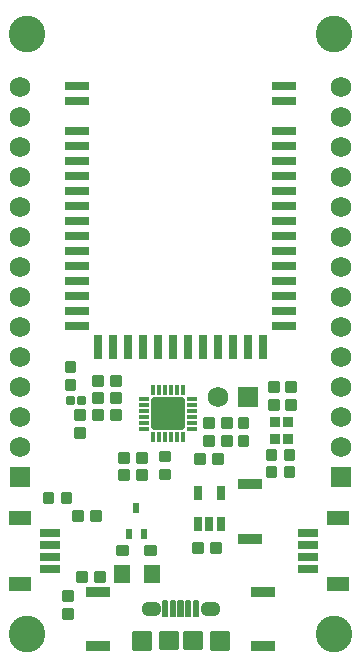
<source format=gbr>
G04 EAGLE Gerber RS-274X export*
G75*
%MOMM*%
%FSLAX34Y34*%
%LPD*%
%AMOC8*
5,1,8,0,0,1.08239X$1,22.5*%
G01*
%ADD10C,3.101600*%
%ADD11C,0.326897*%
%ADD12C,0.297525*%
%ADD13R,1.371600X1.625600*%
%ADD14C,0.142238*%
%ADD15C,0.412750*%
%ADD16C,0.916431*%
%ADD17C,0.260094*%
%ADD18C,0.801600*%
%ADD19R,0.601600X0.901600*%
%ADD20R,0.851600X0.401600*%
%ADD21C,0.504287*%
%ADD22R,0.401600X0.851600*%
%ADD23R,0.701600X1.301600*%
%ADD24R,2.101600X0.651600*%
%ADD25R,0.651600X2.101600*%
%ADD26R,2.101600X0.971600*%
%ADD27C,0.419859*%
%ADD28R,0.901600X0.901600*%
%ADD29R,1.651600X0.701600*%
%ADD30R,1.901600X1.301600*%
%ADD31R,1.752600X1.752600*%
%ADD32C,1.752600*%


D10*
X20000Y20000D03*
X20000Y528000D03*
X280000Y20000D03*
X280000Y528000D03*
D11*
X183241Y95795D02*
X176603Y95795D01*
X183241Y95795D02*
X183241Y89157D01*
X176603Y89157D01*
X176603Y95795D01*
X176603Y92263D02*
X183241Y92263D01*
X183241Y95369D02*
X176603Y95369D01*
X168001Y95795D02*
X161363Y95795D01*
X168001Y95795D02*
X168001Y89157D01*
X161363Y89157D01*
X161363Y95795D01*
X161363Y92263D02*
X168001Y92263D01*
X168001Y95369D02*
X161363Y95369D01*
X105591Y150839D02*
X98953Y150839D01*
X98953Y157477D01*
X105591Y157477D01*
X105591Y150839D01*
X105591Y153945D02*
X98953Y153945D01*
X98953Y157051D02*
X105591Y157051D01*
X114193Y150839D02*
X120831Y150839D01*
X114193Y150839D02*
X114193Y157477D01*
X120831Y157477D01*
X120831Y150839D01*
X120831Y153945D02*
X114193Y153945D01*
X114193Y157051D02*
X120831Y157051D01*
X140499Y158169D02*
X140499Y151531D01*
X133861Y151531D01*
X133861Y158169D01*
X140499Y158169D01*
X140499Y154637D02*
X133861Y154637D01*
X133861Y157743D02*
X140499Y157743D01*
X140499Y166771D02*
X140499Y173409D01*
X140499Y166771D02*
X133861Y166771D01*
X133861Y173409D01*
X140499Y173409D01*
X140499Y169877D02*
X133861Y169877D01*
X133861Y172983D02*
X140499Y172983D01*
X105591Y165317D02*
X98953Y165317D01*
X98953Y171955D01*
X105591Y171955D01*
X105591Y165317D01*
X105591Y168423D02*
X98953Y168423D01*
X98953Y171529D02*
X105591Y171529D01*
X114193Y165317D02*
X120831Y165317D01*
X114193Y165317D02*
X114193Y171955D01*
X120831Y171955D01*
X120831Y165317D01*
X120831Y168423D02*
X114193Y168423D01*
X114193Y171529D02*
X120831Y171529D01*
X177583Y179979D02*
X177583Y186617D01*
X177583Y179979D02*
X170945Y179979D01*
X170945Y186617D01*
X177583Y186617D01*
X177583Y183085D02*
X170945Y183085D01*
X170945Y186191D02*
X177583Y186191D01*
X177583Y195219D02*
X177583Y201857D01*
X177583Y195219D02*
X170945Y195219D01*
X170945Y201857D01*
X177583Y201857D01*
X177583Y198325D02*
X170945Y198325D01*
X170945Y201431D02*
X177583Y201431D01*
D12*
X104805Y87395D02*
X96763Y87395D01*
X96763Y93437D01*
X104805Y93437D01*
X104805Y87395D01*
X104805Y90221D02*
X96763Y90221D01*
X96763Y93047D02*
X104805Y93047D01*
X120763Y87395D02*
X128805Y87395D01*
X120763Y87395D02*
X120763Y93437D01*
X128805Y93437D01*
X128805Y87395D01*
X128805Y90221D02*
X120763Y90221D01*
X120763Y93047D02*
X128805Y93047D01*
D13*
X126204Y70748D03*
X100804Y70748D03*
D14*
X134963Y34846D02*
X138621Y34846D01*
X134963Y34846D02*
X134963Y47902D01*
X138621Y47902D01*
X138621Y34846D01*
X138621Y36197D02*
X134963Y36197D01*
X134963Y37548D02*
X138621Y37548D01*
X138621Y38899D02*
X134963Y38899D01*
X134963Y40250D02*
X138621Y40250D01*
X138621Y41601D02*
X134963Y41601D01*
X134963Y42952D02*
X138621Y42952D01*
X138621Y44303D02*
X134963Y44303D01*
X134963Y45654D02*
X138621Y45654D01*
X138621Y47005D02*
X134963Y47005D01*
X141567Y34846D02*
X145225Y34846D01*
X141567Y34846D02*
X141567Y47902D01*
X145225Y47902D01*
X145225Y34846D01*
X145225Y36197D02*
X141567Y36197D01*
X141567Y37548D02*
X145225Y37548D01*
X145225Y38899D02*
X141567Y38899D01*
X141567Y40250D02*
X145225Y40250D01*
X145225Y41601D02*
X141567Y41601D01*
X141567Y42952D02*
X145225Y42952D01*
X145225Y44303D02*
X141567Y44303D01*
X141567Y45654D02*
X145225Y45654D01*
X145225Y47005D02*
X141567Y47005D01*
X148171Y34846D02*
X151829Y34846D01*
X148171Y34846D02*
X148171Y47902D01*
X151829Y47902D01*
X151829Y34846D01*
X151829Y36197D02*
X148171Y36197D01*
X148171Y37548D02*
X151829Y37548D01*
X151829Y38899D02*
X148171Y38899D01*
X148171Y40250D02*
X151829Y40250D01*
X151829Y41601D02*
X148171Y41601D01*
X148171Y42952D02*
X151829Y42952D01*
X151829Y44303D02*
X148171Y44303D01*
X148171Y45654D02*
X151829Y45654D01*
X151829Y47005D02*
X148171Y47005D01*
X154775Y34846D02*
X158433Y34846D01*
X154775Y34846D02*
X154775Y47902D01*
X158433Y47902D01*
X158433Y34846D01*
X158433Y36197D02*
X154775Y36197D01*
X154775Y37548D02*
X158433Y37548D01*
X158433Y38899D02*
X154775Y38899D01*
X154775Y40250D02*
X158433Y40250D01*
X158433Y41601D02*
X154775Y41601D01*
X154775Y42952D02*
X158433Y42952D01*
X158433Y44303D02*
X154775Y44303D01*
X154775Y45654D02*
X158433Y45654D01*
X158433Y47005D02*
X154775Y47005D01*
X161379Y34846D02*
X165037Y34846D01*
X161379Y34846D02*
X161379Y47902D01*
X165037Y47902D01*
X165037Y34846D01*
X165037Y36197D02*
X161379Y36197D01*
X161379Y37548D02*
X165037Y37548D01*
X165037Y38899D02*
X161379Y38899D01*
X161379Y40250D02*
X165037Y40250D01*
X165037Y41601D02*
X161379Y41601D01*
X161379Y42952D02*
X165037Y42952D01*
X165037Y44303D02*
X161379Y44303D01*
X161379Y45654D02*
X165037Y45654D01*
X165037Y47005D02*
X161379Y47005D01*
D15*
X123679Y8259D02*
X110281Y8259D01*
X110281Y20641D01*
X123679Y20641D01*
X123679Y8259D01*
X123679Y12181D02*
X110281Y12181D01*
X110281Y16103D02*
X123679Y16103D01*
X123679Y20025D02*
X110281Y20025D01*
X176321Y8259D02*
X189719Y8259D01*
X176321Y8259D02*
X176321Y20641D01*
X189719Y20641D01*
X189719Y8259D01*
X189719Y12181D02*
X176321Y12181D01*
X176321Y16103D02*
X189719Y16103D01*
X189719Y20025D02*
X176321Y20025D01*
D16*
X128654Y40368D02*
X121562Y40368D01*
X121562Y42380D01*
X128654Y42380D01*
X128654Y40368D01*
X171346Y40368D02*
X178438Y40368D01*
X171346Y40368D02*
X171346Y42380D01*
X178438Y42380D01*
X178438Y40368D01*
D17*
X146668Y7622D02*
X133012Y7622D01*
X133012Y21278D01*
X146668Y21278D01*
X146668Y7622D01*
X146668Y10093D02*
X133012Y10093D01*
X133012Y12564D02*
X146668Y12564D01*
X146668Y15035D02*
X133012Y15035D01*
X133012Y17506D02*
X146668Y17506D01*
X146668Y19977D02*
X133012Y19977D01*
X153332Y7622D02*
X166988Y7622D01*
X153332Y7622D02*
X153332Y21278D01*
X166988Y21278D01*
X166988Y7622D01*
X166988Y10093D02*
X153332Y10093D01*
X153332Y12564D02*
X166988Y12564D01*
X166988Y15035D02*
X153332Y15035D01*
X153332Y17506D02*
X166988Y17506D01*
X166988Y19977D02*
X153332Y19977D01*
D18*
X114948Y16990D03*
X114948Y11910D03*
X185052Y16990D03*
X185052Y11910D03*
X123838Y41374D03*
X126378Y41374D03*
X173622Y41374D03*
X176162Y41374D03*
D19*
X106102Y104220D03*
X119102Y104220D03*
X112602Y126220D03*
D11*
X70031Y64987D02*
X63393Y64987D01*
X63393Y71625D01*
X70031Y71625D01*
X70031Y64987D01*
X70031Y68093D02*
X63393Y68093D01*
X63393Y71199D02*
X70031Y71199D01*
X78633Y64987D02*
X85271Y64987D01*
X78633Y64987D02*
X78633Y71625D01*
X85271Y71625D01*
X85271Y64987D01*
X85271Y68093D02*
X78633Y68093D01*
X78633Y71199D02*
X85271Y71199D01*
X178381Y171233D02*
X185019Y171233D01*
X185019Y164595D01*
X178381Y164595D01*
X178381Y171233D01*
X178381Y167701D02*
X185019Y167701D01*
X185019Y170807D02*
X178381Y170807D01*
X169779Y171233D02*
X163141Y171233D01*
X169779Y171233D02*
X169779Y164595D01*
X163141Y164595D01*
X163141Y171233D01*
X163141Y167701D02*
X169779Y167701D01*
X169779Y170807D02*
X163141Y170807D01*
D20*
X119460Y218738D03*
D21*
X127973Y194751D02*
X150947Y194751D01*
X127973Y194751D02*
X127973Y217725D01*
X150947Y217725D01*
X150947Y194751D01*
X150947Y199542D02*
X127973Y199542D01*
X127973Y204333D02*
X150947Y204333D01*
X150947Y209124D02*
X127973Y209124D01*
X127973Y213915D02*
X150947Y213915D01*
D20*
X119460Y213738D03*
X119460Y208738D03*
X119460Y203738D03*
X119460Y198738D03*
X119460Y193738D03*
D22*
X126960Y186238D03*
X131960Y186238D03*
X136960Y186238D03*
X141960Y186238D03*
X146960Y186238D03*
X151960Y186238D03*
D20*
X159460Y193738D03*
X159460Y198738D03*
X159460Y203738D03*
X159460Y208738D03*
X159460Y213738D03*
X159460Y218738D03*
D22*
X151960Y226238D03*
X146960Y226238D03*
X141960Y226238D03*
X136960Y226238D03*
X131960Y226238D03*
X126960Y226238D03*
D23*
X165004Y138870D03*
X184004Y138870D03*
X165004Y112750D03*
X174504Y112750D03*
X184004Y112750D03*
D24*
X62500Y483700D03*
X62500Y471000D03*
X62500Y445600D03*
X62500Y432900D03*
X62500Y420200D03*
X62500Y407500D03*
X62500Y394800D03*
X62500Y382100D03*
X62500Y369400D03*
X62500Y356700D03*
X62500Y344000D03*
X62500Y331300D03*
X62500Y318600D03*
X62500Y305900D03*
X62500Y293200D03*
X62500Y280500D03*
D25*
X80200Y263000D03*
X92900Y263000D03*
X105600Y263000D03*
X118300Y263000D03*
X131000Y263000D03*
X143700Y263000D03*
X156400Y263000D03*
X169100Y263000D03*
X181800Y263000D03*
X194500Y263000D03*
X207200Y263000D03*
X219900Y263000D03*
D24*
X237500Y280500D03*
X237500Y293200D03*
X237500Y305900D03*
X237500Y318600D03*
X237500Y331300D03*
X237500Y344000D03*
X237500Y356700D03*
X237500Y369400D03*
X237500Y382100D03*
X237500Y394800D03*
X237500Y407500D03*
X237500Y420200D03*
X237500Y432900D03*
X237500Y445600D03*
X237500Y471000D03*
X237500Y483700D03*
D11*
X66455Y116669D02*
X59817Y116669D01*
X59817Y123307D01*
X66455Y123307D01*
X66455Y116669D01*
X66455Y119775D02*
X59817Y119775D01*
X59817Y122881D02*
X66455Y122881D01*
X75057Y116669D02*
X81695Y116669D01*
X75057Y116669D02*
X75057Y123307D01*
X81695Y123307D01*
X81695Y116669D01*
X81695Y119775D02*
X75057Y119775D01*
X75057Y122881D02*
X81695Y122881D01*
X41601Y131737D02*
X34963Y131737D01*
X34963Y138375D01*
X41601Y138375D01*
X41601Y131737D01*
X41601Y134843D02*
X34963Y134843D01*
X34963Y137949D02*
X41601Y137949D01*
X50203Y131737D02*
X56841Y131737D01*
X50203Y131737D02*
X50203Y138375D01*
X56841Y138375D01*
X56841Y131737D01*
X56841Y134843D02*
X50203Y134843D01*
X50203Y137949D02*
X56841Y137949D01*
D26*
X208602Y146512D03*
X208602Y100512D03*
D11*
X60183Y227475D02*
X60183Y234113D01*
X60183Y227475D02*
X53545Y227475D01*
X53545Y234113D01*
X60183Y234113D01*
X60183Y230581D02*
X53545Y230581D01*
X53545Y233687D02*
X60183Y233687D01*
X60183Y242715D02*
X60183Y249353D01*
X60183Y242715D02*
X53545Y242715D01*
X53545Y249353D01*
X60183Y249353D01*
X60183Y245821D02*
X53545Y245821D01*
X53545Y248927D02*
X60183Y248927D01*
D27*
X63985Y219256D02*
X67153Y219256D01*
X67153Y216088D01*
X63985Y216088D01*
X63985Y219256D01*
X58263Y219256D02*
X55095Y219256D01*
X58263Y219256D02*
X58263Y216088D01*
X55095Y216088D01*
X55095Y219256D01*
D11*
X68309Y193107D02*
X68309Y186469D01*
X61671Y186469D01*
X61671Y193107D01*
X68309Y193107D01*
X68309Y189575D02*
X61671Y189575D01*
X61671Y192681D02*
X68309Y192681D01*
X68309Y201709D02*
X68309Y208347D01*
X68309Y201709D02*
X61671Y201709D01*
X61671Y208347D01*
X68309Y208347D01*
X68309Y204815D02*
X61671Y204815D01*
X61671Y207921D02*
X68309Y207921D01*
D28*
X241248Y184482D03*
X241248Y199482D03*
X229648Y184482D03*
X229648Y199482D03*
D11*
X240555Y225739D02*
X240555Y232377D01*
X247193Y232377D01*
X247193Y225739D01*
X240555Y225739D01*
X240555Y228845D02*
X247193Y228845D01*
X247193Y231951D02*
X240555Y231951D01*
X240555Y217137D02*
X240555Y210499D01*
X240555Y217137D02*
X247193Y217137D01*
X247193Y210499D01*
X240555Y210499D01*
X240555Y213605D02*
X247193Y213605D01*
X247193Y216711D02*
X240555Y216711D01*
X225823Y225739D02*
X225823Y232377D01*
X232461Y232377D01*
X232461Y225739D01*
X225823Y225739D01*
X225823Y228845D02*
X232461Y228845D01*
X232461Y231951D02*
X225823Y231951D01*
X225823Y217137D02*
X225823Y210499D01*
X225823Y217137D02*
X232461Y217137D01*
X232461Y210499D01*
X225823Y210499D01*
X225823Y213605D02*
X232461Y213605D01*
X232461Y216711D02*
X225823Y216711D01*
X98889Y237199D02*
X92251Y237199D01*
X98889Y237199D02*
X98889Y230561D01*
X92251Y230561D01*
X92251Y237199D01*
X92251Y233667D02*
X98889Y233667D01*
X98889Y236773D02*
X92251Y236773D01*
X83649Y237199D02*
X77011Y237199D01*
X83649Y237199D02*
X83649Y230561D01*
X77011Y230561D01*
X77011Y237199D01*
X77011Y233667D02*
X83649Y233667D01*
X83649Y236773D02*
X77011Y236773D01*
X92251Y223045D02*
X98889Y223045D01*
X98889Y216407D01*
X92251Y216407D01*
X92251Y223045D01*
X92251Y219513D02*
X98889Y219513D01*
X98889Y222619D02*
X92251Y222619D01*
X83649Y223045D02*
X77011Y223045D01*
X83649Y223045D02*
X83649Y216407D01*
X77011Y216407D01*
X77011Y223045D01*
X77011Y219513D02*
X83649Y219513D01*
X83649Y222619D02*
X77011Y222619D01*
X92251Y208891D02*
X98889Y208891D01*
X98889Y202253D01*
X92251Y202253D01*
X92251Y208891D01*
X92251Y205359D02*
X98889Y205359D01*
X98889Y208465D02*
X92251Y208465D01*
X83649Y208891D02*
X77011Y208891D01*
X83649Y208891D02*
X83649Y202253D01*
X77011Y202253D01*
X77011Y208891D01*
X77011Y205359D02*
X83649Y205359D01*
X83649Y208465D02*
X77011Y208465D01*
D26*
X220000Y55512D03*
X220000Y9512D03*
D11*
X223789Y153351D02*
X230427Y153351D01*
X223789Y153351D02*
X223789Y159989D01*
X230427Y159989D01*
X230427Y153351D01*
X230427Y156457D02*
X223789Y156457D01*
X223789Y159563D02*
X230427Y159563D01*
X239029Y153351D02*
X245667Y153351D01*
X239029Y153351D02*
X239029Y159989D01*
X245667Y159989D01*
X245667Y153351D01*
X245667Y156457D02*
X239029Y156457D01*
X239029Y159563D02*
X245667Y159563D01*
D29*
X39660Y105016D03*
X39660Y95016D03*
X39660Y85016D03*
X39660Y75016D03*
D30*
X14410Y62016D03*
X14410Y118016D03*
D31*
X206928Y220312D03*
D32*
X181528Y220312D03*
D11*
X185739Y201981D02*
X185739Y195343D01*
X185739Y201981D02*
X192377Y201981D01*
X192377Y195343D01*
X185739Y195343D01*
X185739Y198449D02*
X192377Y198449D01*
X192377Y201555D02*
X185739Y201555D01*
X185739Y186741D02*
X185739Y180103D01*
X185739Y186741D02*
X192377Y186741D01*
X192377Y180103D01*
X185739Y180103D01*
X185739Y183209D02*
X192377Y183209D01*
X192377Y186315D02*
X185739Y186315D01*
X200053Y195275D02*
X200053Y201913D01*
X206691Y201913D01*
X206691Y195275D01*
X200053Y195275D01*
X200053Y198381D02*
X206691Y198381D01*
X206691Y201487D02*
X200053Y201487D01*
X200053Y186673D02*
X200053Y180035D01*
X200053Y186673D02*
X206691Y186673D01*
X206691Y180035D01*
X200053Y180035D01*
X200053Y183141D02*
X206691Y183141D01*
X206691Y186247D02*
X200053Y186247D01*
D29*
X258318Y75016D03*
X258318Y85016D03*
X258318Y95016D03*
X258318Y105016D03*
D30*
X283568Y118016D03*
X283568Y62016D03*
D11*
X245635Y174769D02*
X238997Y174769D01*
X245635Y174769D02*
X245635Y168131D01*
X238997Y168131D01*
X238997Y174769D01*
X238997Y171237D02*
X245635Y171237D01*
X245635Y174343D02*
X238997Y174343D01*
X230395Y174769D02*
X223757Y174769D01*
X230395Y174769D02*
X230395Y168131D01*
X223757Y168131D01*
X223757Y174769D01*
X223757Y171237D02*
X230395Y171237D01*
X230395Y174343D02*
X223757Y174343D01*
D31*
X14300Y152600D03*
D32*
X14300Y178000D03*
X14300Y203400D03*
X14300Y228800D03*
X14300Y254200D03*
X14300Y279600D03*
X14300Y305000D03*
X14300Y330400D03*
X14300Y355800D03*
X14300Y381200D03*
X14300Y406600D03*
X14300Y432000D03*
X14300Y457400D03*
X14300Y482800D03*
D31*
X285600Y152600D03*
D32*
X285600Y178000D03*
X285600Y203400D03*
X285600Y228800D03*
X285600Y254200D03*
X285600Y279600D03*
X285600Y305000D03*
X285600Y330400D03*
X285600Y355800D03*
X285600Y381200D03*
X285600Y406600D03*
X285600Y432000D03*
X285600Y457400D03*
X285600Y482800D03*
D26*
X80000Y9512D03*
X80000Y55512D03*
D11*
X51681Y54939D02*
X51681Y48301D01*
X51681Y54939D02*
X58319Y54939D01*
X58319Y48301D01*
X51681Y48301D01*
X51681Y51407D02*
X58319Y51407D01*
X58319Y54513D02*
X51681Y54513D01*
X51681Y39699D02*
X51681Y33061D01*
X51681Y39699D02*
X58319Y39699D01*
X58319Y33061D01*
X51681Y33061D01*
X51681Y36167D02*
X58319Y36167D01*
X58319Y39273D02*
X51681Y39273D01*
M02*

</source>
